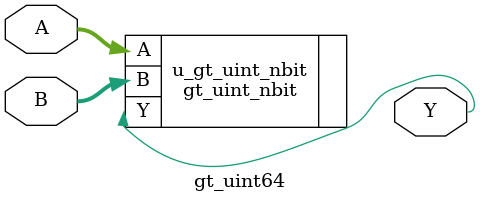
<source format=v>

module gt_uint64 #(
    parameter WIDTH = 64
)(
    input [WIDTH-1:0] A,
    input [WIDTH-1:0] B,
    output Y
);

    gt_uint_nbit #(
        .WIDTH(WIDTH)
    ) u_gt_uint_nbit (
        .A(A),
        .B(B),
        .Y(Y)
    );

endmodule

</source>
